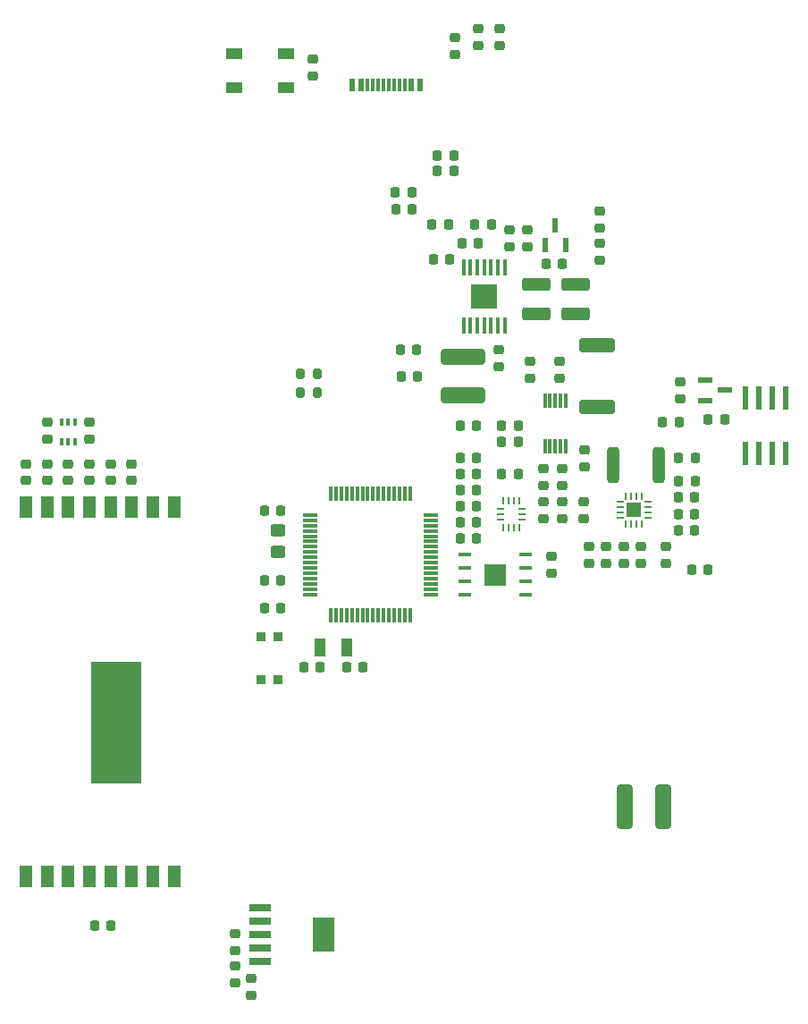
<source format=gtp>
%TF.GenerationSoftware,KiCad,Pcbnew,(6.0.5)*%
%TF.CreationDate,2022-07-09T20:18:52-07:00*%
%TF.ProjectId,mainboard,6d61696e-626f-4617-9264-2e6b69636164,rev?*%
%TF.SameCoordinates,Original*%
%TF.FileFunction,Paste,Top*%
%TF.FilePolarity,Positive*%
%FSLAX46Y46*%
G04 Gerber Fmt 4.6, Leading zero omitted, Abs format (unit mm)*
G04 Created by KiCad (PCBNEW (6.0.5)) date 2022-07-09 20:18:52*
%MOMM*%
%LPD*%
G01*
G04 APERTURE LIST*
G04 Aperture macros list*
%AMRoundRect*
0 Rectangle with rounded corners*
0 $1 Rounding radius*
0 $2 $3 $4 $5 $6 $7 $8 $9 X,Y pos of 4 corners*
0 Add a 4 corners polygon primitive as box body*
4,1,4,$2,$3,$4,$5,$6,$7,$8,$9,$2,$3,0*
0 Add four circle primitives for the rounded corners*
1,1,$1+$1,$2,$3*
1,1,$1+$1,$4,$5*
1,1,$1+$1,$6,$7*
1,1,$1+$1,$8,$9*
0 Add four rect primitives between the rounded corners*
20,1,$1+$1,$2,$3,$4,$5,0*
20,1,$1+$1,$4,$5,$6,$7,0*
20,1,$1+$1,$6,$7,$8,$9,0*
20,1,$1+$1,$8,$9,$2,$3,0*%
G04 Aperture macros list end*
%ADD10RoundRect,0.218750X0.218750X0.256250X-0.218750X0.256250X-0.218750X-0.256250X0.218750X-0.256250X0*%
%ADD11RoundRect,0.218750X-0.256250X0.218750X-0.256250X-0.218750X0.256250X-0.218750X0.256250X0.218750X0*%
%ADD12RoundRect,0.218750X-0.218750X-0.256250X0.218750X-0.256250X0.218750X0.256250X-0.218750X0.256250X0*%
%ADD13RoundRect,0.218750X0.256250X-0.218750X0.256250X0.218750X-0.256250X0.218750X-0.256250X-0.218750X0*%
%ADD14R,0.304800X1.600200*%
%ADD15R,2.460000X2.310000*%
%ADD16R,1.320800X0.558800*%
%ADD17R,0.300000X1.475000*%
%ADD18R,1.475000X0.300000*%
%ADD19R,0.609600X2.209800*%
%ADD20RoundRect,0.250000X-0.312500X-1.450000X0.312500X-1.450000X0.312500X1.450000X-0.312500X1.450000X0*%
%ADD21R,1.200000X0.450000*%
%ADD22R,2.100000X2.100000*%
%ADD23R,0.700000X0.250000*%
%ADD24R,0.250000X0.700000*%
%ADD25R,1.450000X1.450000*%
%ADD26R,1.500000X1.000000*%
%ADD27R,0.250000X0.675000*%
%ADD28R,0.675000X0.250000*%
%ADD29RoundRect,0.250000X-0.450000X0.325000X-0.450000X-0.325000X0.450000X-0.325000X0.450000X0.325000X0*%
%ADD30R,1.000000X1.800000*%
%ADD31RoundRect,0.250000X-1.425000X0.425000X-1.425000X-0.425000X1.425000X-0.425000X1.425000X0.425000X0*%
%ADD32RoundRect,0.333000X-1.767000X0.417000X-1.767000X-0.417000X1.767000X-0.417000X1.767000X0.417000X0*%
%ADD33R,0.558800X1.320800*%
%ADD34RoundRect,0.250000X1.075000X-0.375000X1.075000X0.375000X-1.075000X0.375000X-1.075000X-0.375000X0*%
%ADD35R,0.330200X1.350000*%
%ADD36R,1.300000X2.000000*%
%ADD37R,4.700000X11.500000*%
%ADD38R,0.900000X0.900000*%
%ADD39R,0.400000X0.650000*%
%ADD40R,2.000000X0.650000*%
%ADD41R,2.000000X3.200000*%
%ADD42R,0.600000X1.150000*%
%ADD43R,0.300000X1.150000*%
%ADD44RoundRect,0.200000X0.200000X0.275000X-0.200000X0.275000X-0.200000X-0.275000X0.200000X-0.275000X0*%
%ADD45RoundRect,0.333000X0.417000X1.767000X-0.417000X1.767000X-0.417000X-1.767000X0.417000X-1.767000X0*%
G04 APERTURE END LIST*
G36*
X158046100Y-81213096D02*
G01*
X155586100Y-81213096D01*
X155586100Y-78903096D01*
X158046100Y-78903096D01*
X158046100Y-81213096D01*
G37*
D10*
X176809500Y-95377000D03*
X175234500Y-95377000D03*
D11*
X174053500Y-103733500D03*
X174053500Y-105308500D03*
D12*
X176475600Y-105966096D03*
X178050600Y-105966096D03*
D13*
X168402000Y-105308500D03*
X168402000Y-103733500D03*
D12*
X175205600Y-99097896D03*
X176780600Y-99097896D03*
X175205600Y-102235000D03*
X176780600Y-102235000D03*
D11*
X166291134Y-99501696D03*
X166291134Y-101076696D03*
D12*
X178028500Y-91694000D03*
X179603500Y-91694000D03*
D14*
X158766134Y-77289496D03*
X158116121Y-77289496D03*
X157466112Y-77289496D03*
X156816100Y-77289496D03*
X156166088Y-77289496D03*
X155516079Y-77289496D03*
X154866066Y-77289496D03*
X154866066Y-82826696D03*
X155516079Y-82826696D03*
X156166088Y-82826696D03*
X156816100Y-82826696D03*
X157466112Y-82826696D03*
X158116121Y-82826696D03*
X158766134Y-82826696D03*
D15*
X156816100Y-80058096D03*
D12*
X148945500Y-87630000D03*
X150520500Y-87630000D03*
X148853100Y-85090000D03*
X150428100Y-85090000D03*
D13*
X158178500Y-86703000D03*
X158178500Y-85128000D03*
D10*
X153568500Y-76517500D03*
X151993500Y-76517500D03*
X156299000Y-75057000D03*
X154724000Y-75057000D03*
D16*
X177783800Y-87995596D03*
X177783800Y-89900596D03*
X179663400Y-88948096D03*
D11*
X166751000Y-103733500D03*
X166751000Y-105308500D03*
D12*
X162661500Y-76962000D03*
X164236500Y-76962000D03*
D17*
X142300000Y-110259000D03*
X142800000Y-110259000D03*
X143300000Y-110259000D03*
X143800000Y-110259000D03*
X144300000Y-110259000D03*
X144800000Y-110259000D03*
X145300000Y-110259000D03*
X145800000Y-110259000D03*
X146300000Y-110259000D03*
X146800000Y-110259000D03*
X147300000Y-110259000D03*
X147800000Y-110259000D03*
X148300000Y-110259000D03*
X148800000Y-110259000D03*
X149300000Y-110259000D03*
X149800000Y-110259000D03*
D18*
X151788000Y-108271000D03*
X151788000Y-107771000D03*
X151788000Y-107271000D03*
X151788000Y-106771000D03*
X151788000Y-106271000D03*
X151788000Y-105771000D03*
X151788000Y-105271000D03*
X151788000Y-104771000D03*
X151788000Y-104271000D03*
X151788000Y-103771000D03*
X151788000Y-103271000D03*
X151788000Y-102771000D03*
X151788000Y-102271000D03*
X151788000Y-101771000D03*
X151788000Y-101271000D03*
X151788000Y-100771000D03*
D17*
X149800000Y-98783000D03*
X149300000Y-98783000D03*
X148800000Y-98783000D03*
X148300000Y-98783000D03*
X147800000Y-98783000D03*
X147300000Y-98783000D03*
X146800000Y-98783000D03*
X146300000Y-98783000D03*
X145800000Y-98783000D03*
X145300000Y-98783000D03*
X144800000Y-98783000D03*
X144300000Y-98783000D03*
X143800000Y-98783000D03*
X143300000Y-98783000D03*
X142800000Y-98783000D03*
X142300000Y-98783000D03*
D18*
X140312000Y-100771000D03*
X140312000Y-101271000D03*
X140312000Y-101771000D03*
X140312000Y-102271000D03*
X140312000Y-102771000D03*
X140312000Y-103271000D03*
X140312000Y-103771000D03*
X140312000Y-104271000D03*
X140312000Y-104771000D03*
X140312000Y-105271000D03*
X140312000Y-105771000D03*
X140312000Y-106271000D03*
X140312000Y-106771000D03*
X140312000Y-107271000D03*
X140312000Y-107771000D03*
X140312000Y-108271000D03*
D19*
X185420000Y-89712800D03*
X184150000Y-89712800D03*
X182880000Y-89712800D03*
X181610000Y-89712800D03*
X181610000Y-94945200D03*
X182880000Y-94945200D03*
X184150000Y-94945200D03*
X185420000Y-94945200D03*
D20*
X169058500Y-96012000D03*
X173333500Y-96012000D03*
D12*
X135991500Y-100330000D03*
X137566500Y-100330000D03*
D21*
X154996000Y-104521000D03*
X154996000Y-105791000D03*
X154996000Y-107061000D03*
X154996000Y-108331000D03*
X160726000Y-108331000D03*
X160726000Y-107061000D03*
X160726000Y-105791000D03*
X160726000Y-104521000D03*
D22*
X157861000Y-106426000D03*
D12*
X154533500Y-95377000D03*
X156108500Y-95377000D03*
D23*
X172316100Y-101046496D03*
X172316100Y-100546496D03*
X172316100Y-100046496D03*
X172316100Y-99546496D03*
D24*
X171766100Y-98996496D03*
X171266100Y-98996496D03*
X170766100Y-98996496D03*
X170266100Y-98996496D03*
D23*
X169716100Y-99546496D03*
X169716100Y-100046496D03*
X169716100Y-100546496D03*
X169716100Y-101046496D03*
D24*
X170266100Y-101596496D03*
X170766100Y-101596496D03*
X171266100Y-101596496D03*
X171766100Y-101596496D03*
D25*
X171016100Y-100296496D03*
D10*
X137566500Y-109601000D03*
X135991500Y-109601000D03*
D13*
X154051000Y-57155500D03*
X154051000Y-55580500D03*
D11*
X158254700Y-54711500D03*
X158254700Y-56286500D03*
D10*
X153949500Y-66776600D03*
X152374500Y-66776600D03*
D12*
X148437500Y-71818500D03*
X150012500Y-71818500D03*
D11*
X159194500Y-73761500D03*
X159194500Y-75336500D03*
D12*
X151866500Y-73279000D03*
X153441500Y-73279000D03*
D26*
X138086000Y-60274000D03*
X138086000Y-57074000D03*
X133186000Y-57074000D03*
X133186000Y-60274000D03*
D10*
X156108500Y-102997000D03*
X154533500Y-102997000D03*
D11*
X162433000Y-99501696D03*
X162433000Y-101076696D03*
D27*
X158635000Y-101973000D03*
X159135000Y-101973000D03*
X159635000Y-101973000D03*
X160135000Y-101973000D03*
D28*
X160397000Y-101211000D03*
X160397000Y-100711000D03*
X160397000Y-100211000D03*
D27*
X160135000Y-99449000D03*
X159635000Y-99449000D03*
X159135000Y-99449000D03*
X158635000Y-99449000D03*
D28*
X158373000Y-100211000D03*
X158373000Y-100711000D03*
X158373000Y-101211000D03*
D13*
X164211000Y-101076696D03*
X164211000Y-99501696D03*
D11*
X163195000Y-104670596D03*
X163195000Y-106245596D03*
D12*
X135991500Y-106934000D03*
X137566500Y-106934000D03*
D29*
X137287000Y-102226000D03*
X137287000Y-104276000D03*
D12*
X175205600Y-100700296D03*
X176780600Y-100700296D03*
X175234500Y-97536000D03*
X176809500Y-97536000D03*
D13*
X140589000Y-59207500D03*
X140589000Y-57632500D03*
D10*
X157505500Y-73279000D03*
X155930500Y-73279000D03*
D12*
X148399500Y-70231000D03*
X149974500Y-70231000D03*
X154533500Y-99949000D03*
X156108500Y-99949000D03*
X154533500Y-101473000D03*
X156108500Y-101473000D03*
D10*
X160045500Y-96901000D03*
X158470500Y-96901000D03*
X156108500Y-98425000D03*
X154533500Y-98425000D03*
D13*
X162433000Y-97942500D03*
X162433000Y-96367500D03*
X164211000Y-97942500D03*
X164211000Y-96367500D03*
D12*
X158470500Y-93853000D03*
X160045500Y-93853000D03*
D13*
X166370000Y-96164500D03*
X166370000Y-94589500D03*
D10*
X156108500Y-96901000D03*
X154533500Y-96901000D03*
D12*
X143789300Y-115183920D03*
X145364300Y-115183920D03*
D30*
X141294800Y-113278920D03*
X143794800Y-113278920D03*
D10*
X141300300Y-115183920D03*
X139725300Y-115183920D03*
D12*
X154533500Y-92329000D03*
X156108500Y-92329000D03*
D13*
X160909000Y-75336500D03*
X160909000Y-73761500D03*
X156293500Y-56286500D03*
X156293500Y-54711500D03*
D31*
X167513000Y-84730000D03*
X167513000Y-90530000D03*
D32*
X154813000Y-85830000D03*
X154813000Y-89430000D03*
D33*
X162623500Y-75234800D03*
X164528500Y-75234800D03*
X163576000Y-73355200D03*
D10*
X175285500Y-91948000D03*
X173710500Y-91948000D03*
D11*
X175387000Y-88160596D03*
X175387000Y-89735596D03*
D34*
X161769100Y-81712096D03*
X161769100Y-78912096D03*
X165481000Y-81712096D03*
X165481000Y-78912096D03*
D12*
X158470500Y-92329000D03*
X160045500Y-92329000D03*
D11*
X167767000Y-71983500D03*
X167767000Y-73558500D03*
X163957000Y-86207500D03*
X163957000Y-87782500D03*
D35*
X164576001Y-89905000D03*
X164075999Y-89905000D03*
X163576000Y-89905000D03*
X163076001Y-89905000D03*
X162575999Y-89905000D03*
X162575999Y-94255000D03*
X163076001Y-94255000D03*
X163576000Y-94255000D03*
X164075999Y-94255000D03*
X164576001Y-94255000D03*
D36*
X113438600Y-135011500D03*
X115438600Y-135011500D03*
X117438600Y-135011500D03*
X119438600Y-135011500D03*
X121438600Y-135011500D03*
X123438600Y-135011500D03*
X125438600Y-135011500D03*
X127438600Y-135011500D03*
X127438600Y-100011500D03*
X125438600Y-100011500D03*
X123438600Y-100011500D03*
X121438600Y-100011500D03*
X119438600Y-100011500D03*
X117438600Y-100011500D03*
X115438600Y-100011500D03*
X113438600Y-100011500D03*
D37*
X121938600Y-120411500D03*
D11*
X133266000Y-143484500D03*
X133266000Y-145059500D03*
X170053000Y-103733500D03*
X170053000Y-105308500D03*
X171703040Y-103733500D03*
X171703040Y-105308500D03*
D38*
X135661500Y-112250000D03*
X135661500Y-116350000D03*
X137261500Y-112250000D03*
X137261500Y-116350000D03*
D13*
X167767000Y-76606500D03*
X167767000Y-75031500D03*
X115438600Y-97498000D03*
X115438600Y-95923000D03*
X113438600Y-97498000D03*
X113438600Y-95923000D03*
D11*
X119438600Y-95923000D03*
X119438600Y-97498000D03*
D13*
X121438600Y-97498000D03*
X121438600Y-95923000D03*
X119438600Y-93586400D03*
X119438600Y-92011400D03*
D39*
X116788600Y-93850500D03*
X117438600Y-93850500D03*
X118088600Y-93850500D03*
X118088600Y-91950500D03*
X117438600Y-91950500D03*
X116788600Y-91950500D03*
D11*
X115438600Y-92011400D03*
X115438600Y-93586400D03*
X117438600Y-95923000D03*
X117438600Y-97498000D03*
X123438600Y-95923000D03*
X123438600Y-97498000D03*
D40*
X135600000Y-137922000D03*
X135600000Y-139192000D03*
X135600000Y-140462000D03*
X135600000Y-141732000D03*
X135600000Y-143002000D03*
D41*
X141600000Y-140462000D03*
D12*
X119913300Y-139674600D03*
X121488300Y-139674600D03*
D11*
X134790000Y-144627500D03*
X134790000Y-146202500D03*
X133266000Y-140436500D03*
X133266000Y-142011500D03*
D12*
X152374500Y-68199000D03*
X153949500Y-68199000D03*
D11*
X161163000Y-86207500D03*
X161163000Y-87782500D03*
D42*
X150752000Y-60038000D03*
X149952000Y-60038000D03*
D43*
X148802000Y-60038000D03*
X147802000Y-60038000D03*
X147302000Y-60038000D03*
X146302000Y-60038000D03*
D42*
X145152000Y-60038000D03*
X144352000Y-60038000D03*
D43*
X145802000Y-60038000D03*
X146802000Y-60038000D03*
X148302000Y-60038000D03*
X149302000Y-60038000D03*
D44*
X141033000Y-89154000D03*
X139383000Y-89154000D03*
X141033000Y-87376000D03*
X139383000Y-87376000D03*
D45*
X173758000Y-128397000D03*
X170158000Y-128397000D03*
M02*

</source>
